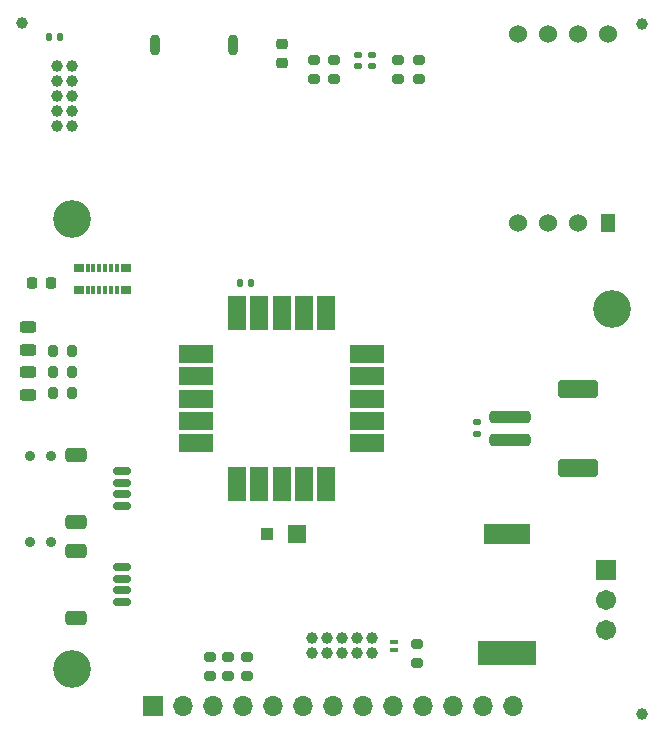
<source format=gbr>
G04 #@! TF.GenerationSoftware,KiCad,Pcbnew,(6.0.7)*
G04 #@! TF.CreationDate,2023-02-21T09:19:48-06:00*
G04 #@! TF.ProjectId,SapphineMinimal,53617070-6869-46e6-954d-696e696d616c,rev?*
G04 #@! TF.SameCoordinates,Original*
G04 #@! TF.FileFunction,Soldermask,Bot*
G04 #@! TF.FilePolarity,Negative*
%FSLAX46Y46*%
G04 Gerber Fmt 4.6, Leading zero omitted, Abs format (unit mm)*
G04 Created by KiCad (PCBNEW (6.0.7)) date 2023-02-21 09:19:48*
%MOMM*%
%LPD*%
G01*
G04 APERTURE LIST*
G04 Aperture macros list*
%AMRoundRect*
0 Rectangle with rounded corners*
0 $1 Rounding radius*
0 $2 $3 $4 $5 $6 $7 $8 $9 X,Y pos of 4 corners*
0 Add a 4 corners polygon primitive as box body*
4,1,4,$2,$3,$4,$5,$6,$7,$8,$9,$2,$3,0*
0 Add four circle primitives for the rounded corners*
1,1,$1+$1,$2,$3*
1,1,$1+$1,$4,$5*
1,1,$1+$1,$6,$7*
1,1,$1+$1,$8,$9*
0 Add four rect primitives between the rounded corners*
20,1,$1+$1,$2,$3,$4,$5,0*
20,1,$1+$1,$4,$5,$6,$7,0*
20,1,$1+$1,$6,$7,$8,$9,0*
20,1,$1+$1,$8,$9,$2,$3,0*%
G04 Aperture macros list end*
%ADD10C,3.200000*%
%ADD11C,0.990600*%
%ADD12C,0.889000*%
%ADD13C,0.500000*%
%ADD14O,0.900000X1.800000*%
%ADD15R,1.709999X1.709999*%
%ADD16C,1.709999*%
%ADD17R,1.700000X1.700000*%
%ADD18O,1.700000X1.700000*%
%ADD19RoundRect,0.140000X-0.170000X0.140000X-0.170000X-0.140000X0.170000X-0.140000X0.170000X0.140000X0*%
%ADD20RoundRect,0.200000X0.275000X-0.200000X0.275000X0.200000X-0.275000X0.200000X-0.275000X-0.200000X0*%
%ADD21R,1.270000X1.524000*%
%ADD22C,1.524000*%
%ADD23RoundRect,0.200000X0.200000X0.275000X-0.200000X0.275000X-0.200000X-0.275000X0.200000X-0.275000X0*%
%ADD24R,0.700000X0.400000*%
%ADD25RoundRect,0.243750X-0.456250X0.243750X-0.456250X-0.243750X0.456250X-0.243750X0.456250X0.243750X0*%
%ADD26RoundRect,0.200000X-0.275000X0.200000X-0.275000X-0.200000X0.275000X-0.200000X0.275000X0.200000X0*%
%ADD27C,1.000000*%
%ADD28R,3.000000X1.500000*%
%ADD29R,1.500000X3.000000*%
%ADD30R,1.000000X1.000000*%
%ADD31RoundRect,0.140000X0.140000X0.170000X-0.140000X0.170000X-0.140000X-0.170000X0.140000X-0.170000X0*%
%ADD32RoundRect,0.150000X0.625000X-0.150000X0.625000X0.150000X-0.625000X0.150000X-0.625000X-0.150000X0*%
%ADD33RoundRect,0.250000X0.650000X-0.350000X0.650000X0.350000X-0.650000X0.350000X-0.650000X-0.350000X0*%
%ADD34RoundRect,0.140000X-0.140000X-0.170000X0.140000X-0.170000X0.140000X0.170000X-0.140000X0.170000X0*%
%ADD35R,5.000000X2.000000*%
%ADD36R,4.000000X1.700000*%
%ADD37R,1.500000X1.500000*%
%ADD38RoundRect,0.250000X-1.500000X0.250000X-1.500000X-0.250000X1.500000X-0.250000X1.500000X0.250000X0*%
%ADD39RoundRect,0.250001X-1.449999X0.499999X-1.449999X-0.499999X1.449999X-0.499999X1.449999X0.499999X0*%
%ADD40RoundRect,0.218750X0.218750X0.256250X-0.218750X0.256250X-0.218750X-0.256250X0.218750X-0.256250X0*%
%ADD41R,0.863600X0.787400*%
%ADD42R,0.355600X0.787400*%
%ADD43RoundRect,0.218750X-0.256250X0.218750X-0.256250X-0.218750X0.256250X-0.218750X0.256250X0.218750X0*%
G04 APERTURE END LIST*
D10*
X82042000Y-121920000D03*
X82042000Y-83820000D03*
X127762000Y-91440000D03*
D11*
X80768846Y-70858618D03*
X82038846Y-70858618D03*
X80768846Y-72128618D03*
X82038846Y-72128618D03*
X80768846Y-73398618D03*
X82038846Y-73398618D03*
X80768846Y-74668618D03*
X82038846Y-74668618D03*
X80768846Y-75938618D03*
X82038846Y-75938618D03*
D12*
X80298846Y-103938515D03*
X78498846Y-103938515D03*
D11*
X107436278Y-119321818D03*
X107436278Y-120591818D03*
X106166278Y-119321818D03*
X106166278Y-120591818D03*
X104896278Y-119321818D03*
X104896278Y-120591818D03*
X103626278Y-119321818D03*
X103626278Y-120591818D03*
X102356278Y-119321818D03*
X102356278Y-120591818D03*
D12*
X80298846Y-111230001D03*
X78498846Y-111230001D03*
D13*
X95702000Y-69122500D03*
X89102000Y-69122500D03*
D14*
X95702000Y-69122500D03*
X89102000Y-69122500D03*
D15*
X127260041Y-113581926D03*
D16*
X127260041Y-116121926D03*
X127260041Y-118661926D03*
D17*
X88915000Y-125095000D03*
D18*
X91455000Y-125095000D03*
X93995000Y-125095000D03*
X96535000Y-125095000D03*
X99075000Y-125095000D03*
X101615000Y-125095000D03*
X104155000Y-125095000D03*
X106695000Y-125095000D03*
X109235000Y-125095000D03*
X111775000Y-125095000D03*
X114315000Y-125095000D03*
X116855000Y-125095000D03*
X119395000Y-125095000D03*
D19*
X106318678Y-69972218D03*
X106318678Y-70932218D03*
D20*
X96869878Y-122585218D03*
X96869878Y-120935218D03*
D21*
X127420000Y-84200000D03*
D22*
X124880000Y-84200000D03*
X122340000Y-84200000D03*
X119800000Y-84200000D03*
X119800000Y-68200000D03*
X122340000Y-68200000D03*
X124880000Y-68200000D03*
X127420000Y-68200000D03*
D23*
X82099278Y-98544618D03*
X80449278Y-98544618D03*
D24*
X109341278Y-119657618D03*
X109341278Y-120357618D03*
D20*
X111246278Y-121467618D03*
X111246278Y-119817618D03*
D25*
X78353278Y-93035118D03*
X78353278Y-94910118D03*
D26*
X109671478Y-70389218D03*
X109671478Y-72039218D03*
D27*
X130296278Y-67302618D03*
D20*
X111449478Y-72039218D03*
X111449478Y-70389218D03*
D28*
X107016278Y-95252618D03*
X107016278Y-97152618D03*
X107016278Y-99052618D03*
X107016278Y-100952618D03*
X107016278Y-102852618D03*
D29*
X103616278Y-106252618D03*
X101716278Y-106252618D03*
X99816278Y-106252618D03*
X97916278Y-106252618D03*
X96016278Y-106252618D03*
D28*
X92616278Y-102852618D03*
X92616278Y-100952618D03*
X92616278Y-99052618D03*
X92616278Y-97152618D03*
X92616278Y-95252618D03*
D29*
X96016278Y-91852618D03*
X97916278Y-91852618D03*
X99816278Y-91852618D03*
X101716278Y-91852618D03*
X103616278Y-91852618D03*
D27*
X77819878Y-67251818D03*
D19*
X107487078Y-69972218D03*
X107487078Y-70932218D03*
D26*
X102559478Y-70389218D03*
X102559478Y-72039218D03*
X95295078Y-120935218D03*
X95295078Y-122585218D03*
D30*
X98546278Y-110482618D03*
D31*
X97248278Y-89273618D03*
X96288278Y-89273618D03*
D23*
X82099278Y-94988618D03*
X80449278Y-94988618D03*
D32*
X86322278Y-116300618D03*
X86322278Y-115300618D03*
X86322278Y-114300618D03*
X86322278Y-113300618D03*
D33*
X82447278Y-112000618D03*
X82447278Y-117600618D03*
D32*
X86322278Y-108172618D03*
X86322278Y-107172618D03*
X86322278Y-106172618D03*
X86322278Y-105172618D03*
D33*
X82447278Y-103872618D03*
X82447278Y-109472618D03*
D20*
X93720278Y-122585218D03*
X93720278Y-120935218D03*
D23*
X82099278Y-96766618D03*
X80449278Y-96766618D03*
D27*
X130296278Y-125722618D03*
D20*
X104286678Y-72039218D03*
X104286678Y-70389218D03*
D34*
X80133878Y-68420218D03*
X81093878Y-68420218D03*
D35*
X118866278Y-120637618D03*
D36*
X118866278Y-110487618D03*
D25*
X78353278Y-96845118D03*
X78353278Y-98720118D03*
D19*
X116326278Y-101061818D03*
X116326278Y-102021818D03*
D37*
X101086278Y-110482618D03*
D38*
X119183846Y-100592618D03*
X119183846Y-102592618D03*
D39*
X124933846Y-98242618D03*
X124933846Y-104942618D03*
D40*
X80283778Y-89273618D03*
X78708778Y-89273618D03*
D41*
X82645878Y-88029018D03*
D42*
X83393400Y-88029018D03*
X83886922Y-88029018D03*
X84380444Y-88029018D03*
X84873966Y-88029018D03*
X85367488Y-88029018D03*
X85861010Y-88029018D03*
D41*
X86608278Y-88029018D03*
X86608278Y-89857818D03*
D42*
X85861010Y-89857818D03*
X85367488Y-89857818D03*
X84873966Y-89857818D03*
X84380444Y-89857818D03*
X83886922Y-89857818D03*
X83393400Y-89857818D03*
D41*
X82645878Y-89857818D03*
D43*
X99816278Y-69055118D03*
X99816278Y-70630118D03*
M02*

</source>
